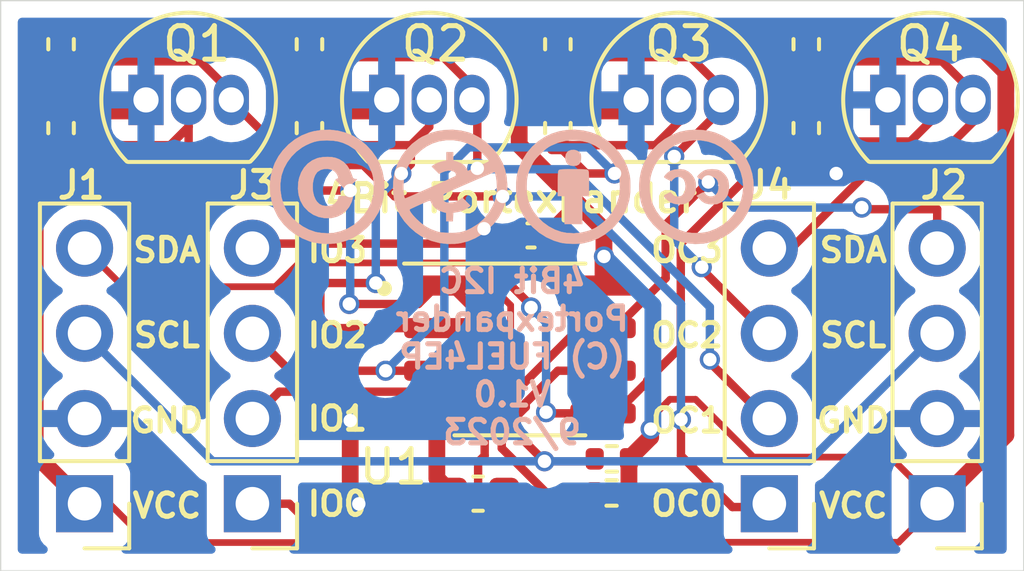
<source format=kicad_pcb>
(kicad_pcb (version 20211014) (generator pcbnew)
  (title_block (title "4Bit_I2C_Port_Expander_Module_FUEL4EP") (date "2023-09-02") (rev "V1.0") (company "(c) FUEL4EP"))
  (layers (0 "F.Cu" signal) (31 "B.Cu" signal) (34 "B.Paste" user) (35 "F.Paste" user) (36 "B.SilkS" user "B.Silkscreen") (37 "F.SilkS" user "F.Silkscreen") (38 "B.Mask" user) (39 "F.Mask" user) (44 "Edge.Cuts" user))
  (net 0 "")
  (net 1 "VCC")
  (net 2 "GND")
  (net 3 "/SCL")
  (net 4 "/SDA")
  (net 5 "/IO0")
  (net 6 "/IO1")
  (net 7 "/IO2")
  (net 8 "/IO3")
  (net 9 "/OC0")
  (net 10 "/OC1")
  (net 11 "/OC2")
  (net 12 "/OC3")
  (footprint "Package_TO_SOT_THT:TO-92_Inline" (layer "F.Cu") (at 4.33 -14.04)
    (fp_text reference "Q1" (at 1.512 -1.67) (layer "F.SilkS"))
    (fp_text value "2N7000")
    (pad "1" thru_hole rect (at 0 0) (size 1.05 1.5) (drill 0.75) (layers *.Cu *.Mask) (net 2 "GND"))
    (pad "2" thru_hole oval (at 1.27 0) (size 1.05 1.5) (drill 0.75) (layers *.Cu *.Mask) (net 5 "/IO0"))
    (pad "3" thru_hole oval (at 2.54 0) (size 1.05 1.5) (drill 0.75) (layers *.Cu *.Mask) (net 9 "/OC0"))
  )
  (footprint "Package_TO_SOT_THT:TO-92_Inline" (layer "F.Cu") (at 18.93 -14.04)
    (fp_text reference "Q3" (at 1.27 -1.67) (layer "F.SilkS"))
    (fp_text value "2N7000")
    (pad "1" thru_hole rect (at 0 0) (size 1.05 1.5) (drill 0.75) (layers *.Cu *.Mask) (net 2 "GND"))
    (pad "2" thru_hole oval (at 1.27 0) (size 1.05 1.5) (drill 0.75) (layers *.Cu *.Mask) (net 7 "/IO2"))
    (pad "3" thru_hole oval (at 2.54 0) (size 1.05 1.5) (drill 0.75) (layers *.Cu *.Mask) (net 11 "/OC2"))
  )
  (footprint "Resistor_SMD:R_0402_1005Metric" (layer "F.Cu") (at 24 -15.7 90)
    (fp_text reference "R10" hide)
    (fp_text value "10k")
    (pad "1" smd roundrect (at -0.51 0 90) (size 0.54 0.64) (layers "F.Cu" "F.Paste" "F.Mask") (net 12 "/OC3"))
    (pad "2" smd roundrect (at 0.51 0 90) (size 0.54 0.64) (layers "F.Cu" "F.Paste" "F.Mask") (net 1 "VCC"))
  )
  (footprint "Capacitor_SMD:C_0402_1005Metric" (layer "F.Cu") (at 15.8 -10 180)
    (fp_text reference "C2" hide)
    (fp_text value "100n")
    (pad "1" smd roundrect (at -0.48 0 180) (size 0.56 0.62) (layers "F.Cu" "F.Paste" "F.Mask") (net 1 "VCC"))
    (pad "2" smd roundrect (at 0.48 0 180) (size 0.56 0.62) (layers "F.Cu" "F.Paste" "F.Mask") (net 2 "GND"))
  )
  (footprint "Connector_PinHeader_2.54mm:PinHeader_1x04_P2.54mm_Vertical" (layer "F.Cu") (at 2.5 -2 180)
    (fp_text reference "J1" (at 0.1 9.5) (layer "F.SilkS") (effects (font (size 0.8 0.8))))
    (fp_text value "Conn_01x04")
    (pad "1" thru_hole rect (at 0 0 180) (size 1.7 1.7) (drill 1) (layers *.Cu *.Mask) (net 1 "VCC"))
    (pad "2" thru_hole oval (at 0 2.54 180) (size 1.7 1.7) (drill 1) (layers *.Cu *.Mask) (net 2 "GND"))
    (pad "3" thru_hole oval (at 0 5.08 180) (size 1.7 1.7) (drill 1) (layers *.Cu *.Mask) (net 3 "/SCL"))
    (pad "4" thru_hole oval (at 0 7.62 180) (size 1.7 1.7) (drill 1) (layers *.Cu *.Mask) (net 4 "/SDA"))
  )
  (footprint "Package_SO:SOIC-8_3.9x4.9mm_P1.27mm" (layer "F.Cu") (at 15.47 -6.6)
    (fp_text reference "U1" (at -3.77 3.5) (layer "F.SilkS"))
    (fp_text value "PCA9536D")
    (pad "1" smd roundrect (at -2.475 -1.905) (size 1.95 0.6) (layers "F.Cu" "F.Paste" "F.Mask") (net 5 "/IO0"))
    (pad "2" smd roundrect (at -2.475 -0.635) (size 1.95 0.6) (layers "F.Cu" "F.Paste" "F.Mask") (net 6 "/IO1"))
    (pad "3" smd roundrect (at -2.475 0.635) (size 1.95 0.6) (layers "F.Cu" "F.Paste" "F.Mask") (net 7 "/IO2"))
    (pad "4" smd roundrect (at -2.475 1.905) (size 1.95 0.6) (layers "F.Cu" "F.Paste" "F.Mask") (net 2 "GND"))
    (pad "5" smd roundrect (at 2.475 1.905) (size 1.95 0.6) (layers "F.Cu" "F.Paste" "F.Mask") (net 8 "/IO3"))
    (pad "6" smd roundrect (at 2.475 0.635) (size 1.95 0.6) (layers "F.Cu" "F.Paste" "F.Mask") (net 3 "/SCL"))
    (pad "7" smd roundrect (at 2.475 -0.635) (size 1.95 0.6) (layers "F.Cu" "F.Paste" "F.Mask") (net 4 "/SDA"))
    (pad "8" smd roundrect (at 2.475 -1.905) (size 1.95 0.6) (layers "F.Cu" "F.Paste" "F.Mask") (net 1 "VCC"))
  )
  (footprint "Capacitor_SMD:C_0603_1608Metric" (layer "F.Cu") (at 14.224 -2.3 180)
    (fp_text reference "C1" hide)
    (fp_text value "1uF")
    (pad "1" smd roundrect (at -0.775 0 180) (size 0.9 0.95) (layers "F.Cu" "F.Paste" "F.Mask") (net 1 "VCC"))
    (pad "2" smd roundrect (at 0.775 0 180) (size 0.9 0.95) (layers "F.Cu" "F.Paste" "F.Mask") (net 2 "GND"))
  )
  (footprint "Connector_PinHeader_2.54mm:PinHeader_1x04_P2.54mm_Vertical" (layer "F.Cu") (at 27.9 -2 180)
    (fp_text reference "J2" (at -0.2 9.5) (layer "F.SilkS") (effects (font (size 0.8 0.8))))
    (fp_text value "Conn_01x04")
    (pad "1" thru_hole rect (at 0 0 180) (size 1.7 1.7) (drill 1) (layers *.Cu *.Mask) (net 1 "VCC"))
    (pad "2" thru_hole oval (at 0 2.54 180) (size 1.7 1.7) (drill 1) (layers *.Cu *.Mask) (net 2 "GND"))
    (pad "3" thru_hole oval (at 0 5.08 180) (size 1.7 1.7) (drill 1) (layers *.Cu *.Mask) (net 3 "/SCL"))
    (pad "4" thru_hole oval (at 0 7.62 180) (size 1.7 1.7) (drill 1) (layers *.Cu *.Mask) (net 4 "/SDA"))
  )
  (footprint "Resistor_SMD:R_0402_1005Metric" (layer "F.Cu") (at 18.207269 -3.337)
    (fp_text reference "R1" hide)
    (fp_text value "10K")
    (pad "1" smd roundrect (at -0.51 0) (size 0.54 0.64) (layers "F.Cu" "F.Paste" "F.Mask") (net 3 "/SCL"))
    (pad "2" smd roundrect (at 0.51 0) (size 0.54 0.64) (layers "F.Cu" "F.Paste" "F.Mask") (net 1 "VCC"))
  )
  (footprint "Resistor_SMD:R_0402_1005Metric" (layer "F.Cu") (at 18.2 -2.321 180)
    (fp_text reference "R2" hide)
    (fp_text value "10K")
    (pad "1" smd roundrect (at -0.51 0 180) (size 0.54 0.64) (layers "F.Cu" "F.Paste" "F.Mask") (net 1 "VCC"))
    (pad "2" smd roundrect (at 0.51 0 180) (size 0.54 0.64) (layers "F.Cu" "F.Paste" "F.Mask") (net 4 "/SDA"))
  )
  (footprint "Resistor_SMD:R_0402_1005Metric" (layer "F.Cu") (at 16.6 -15.7 90)
    (fp_text reference "R8" hide)
    (fp_text value "10k")
    (pad "1" smd roundrect (at -0.51 0 90) (size 0.54 0.64) (layers "F.Cu" "F.Paste" "F.Mask") (net 11 "/OC2"))
    (pad "2" smd roundrect (at 0.51 0 90) (size 0.54 0.64) (layers "F.Cu" "F.Paste" "F.Mask") (net 1 "VCC"))
  )
  (footprint "Resistor_SMD:R_0402_1005Metric" (layer "F.Cu") (at 9.2 -15.7 90)
    (fp_text reference "R6" hide)
    (fp_text value "10k")
    (pad "1" smd roundrect (at -0.51 0 90) (size 0.54 0.64) (layers "F.Cu" "F.Paste" "F.Mask") (net 10 "/OC1"))
    (pad "2" smd roundrect (at 0.51 0 90) (size 0.54 0.64) (layers "F.Cu" "F.Paste" "F.Mask") (net 1 "VCC"))
  )
  (footprint "Resistor_SMD:R_0402_1005Metric" (layer "F.Cu") (at 1.8 -13.2 90)
    (fp_text reference "R3" hide)
    (fp_text value "100k")
    (pad "1" smd roundrect (at -0.51 0 90) (size 0.54 0.64) (layers "F.Cu" "F.Paste" "F.Mask") (net 5 "/IO0"))
    (pad "2" smd roundrect (at 0.51 0 90) (size 0.54 0.64) (layers "F.Cu" "F.Paste" "F.Mask") (net 2 "GND"))
  )
  (footprint "Package_TO_SOT_THT:TO-92_Inline" (layer "F.Cu") (at 11.5 -14.04)
    (fp_text reference "Q2" (at 1.454 -1.67) (layer "F.SilkS"))
    (fp_text value "2N7000")
    (pad "1" thru_hole rect (at 0 0) (size 1.05 1.5) (drill 0.75) (layers *.Cu *.Mask) (net 2 "GND"))
    (pad "2" thru_hole oval (at 1.27 0) (size 1.05 1.5) (drill 0.75) (layers *.Cu *.Mask) (net 6 "/IO1"))
    (pad "3" thru_hole oval (at 2.54 0) (size 1.05 1.5) (drill 0.75) (layers *.Cu *.Mask) (net 10 "/OC1"))
  )
  (footprint "Resistor_SMD:R_0402_1005Metric" (layer "F.Cu") (at 9.2 -13.2 90)
    (fp_text reference "R5" hide)
    (fp_text value "100k")
    (pad "1" smd roundrect (at -0.51 0 90) (size 0.54 0.64) (layers "F.Cu" "F.Paste" "F.Mask") (net 6 "/IO1"))
    (pad "2" smd roundrect (at 0.51 0 90) (size 0.54 0.64) (layers "F.Cu" "F.Paste" "F.Mask") (net 2 "GND"))
  )
  (footprint "Connector_PinHeader_2.54mm:PinHeader_1x04_P2.54mm_Vertical" (layer "F.Cu") (at 7.5 -2 180)
    (fp_text reference "J3" (at 0 9.5) (layer "F.SilkS") (effects (font (size 0.8 0.8))))
    (fp_text value "Conn_01x04")
    (pad "1" thru_hole rect (at 0 0 180) (size 1.7 1.7) (drill 1) (layers *.Cu *.Mask) (net 5 "/IO0"))
    (pad "2" thru_hole oval (at 0 2.54 180) (size 1.7 1.7) (drill 1) (layers *.Cu *.Mask) (net 6 "/IO1"))
    (pad "3" thru_hole oval (at 0 5.08 180) (size 1.7 1.7) (drill 1) (layers *.Cu *.Mask) (net 7 "/IO2"))
    (pad "4" thru_hole oval (at 0 7.62 180) (size 1.7 1.7) (drill 1) (layers *.Cu *.Mask) (net 8 "/IO3"))
  )
  (footprint "Connector_PinHeader_2.54mm:PinHeader_1x04_P2.54mm_Vertical" (layer "F.Cu") (at 22.9 -2 180)
    (fp_text reference "J4" (at 0 9.5) (layer "F.SilkS") (effects (font (size 0.8 0.8))))
    (fp_text value "Conn_01x04")
    (pad "1" thru_hole rect (at 0 0 180) (size 1.7 1.7) (drill 1) (layers *.Cu *.Mask) (net 9 "/OC0"))
    (pad "2" thru_hole oval (at 0 2.54 180) (size 1.7 1.7) (drill 1) (layers *.Cu *.Mask) (net 10 "/OC1"))
    (pad "3" thru_hole oval (at 0 5.08 180) (size 1.7 1.7) (drill 1) (layers *.Cu *.Mask) (net 11 "/OC2"))
    (pad "4" thru_hole oval (at 0 7.62 180) (size 1.7 1.7) (drill 1) (layers *.Cu *.Mask) (net 12 "/OC3"))
  )
  (footprint "Resistor_SMD:R_0402_1005Metric" (layer "F.Cu") (at 24 -13.2 90)
    (fp_text reference "R9" hide)
    (fp_text value "100k")
    (pad "1" smd roundrect (at -0.51 0 90) (size 0.54 0.64) (layers "F.Cu" "F.Paste" "F.Mask") (net 8 "/IO3"))
    (pad "2" smd roundrect (at 0.51 0 90) (size 0.54 0.64) (layers "F.Cu" "F.Paste" "F.Mask") (net 2 "GND"))
  )
  (footprint "Resistor_SMD:R_0402_1005Metric" (layer "F.Cu") (at 1.8 -15.7 90)
    (fp_text reference "R4" hide)
    (fp_text value "10k")
    (pad "1" smd roundrect (at -0.51 0 90) (size 0.54 0.64) (layers "F.Cu" "F.Paste" "F.Mask") (net 9 "/OC0"))
    (pad "2" smd roundrect (at 0.51 0 90) (size 0.54 0.64) (layers "F.Cu" "F.Paste" "F.Mask") (net 1 "VCC"))
  )
  (footprint "Package_TO_SOT_THT:TO-92_Inline" (layer "F.Cu") (at 26.43 -14.04)
    (fp_text reference "Q4" (at 1.27 -1.67) (layer "F.SilkS"))
    (fp_text value "2N7000")
    (pad "1" thru_hole rect (at 0 0) (size 1.05 1.5) (drill 0.75) (layers *.Cu *.Mask) (net 2 "GND"))
    (pad "2" thru_hole oval (at 1.27 0) (size 1.05 1.5) (drill 0.75) (layers *.Cu *.Mask) (net 8 "/IO3"))
    (pad "3" thru_hole oval (at 2.54 0) (size 1.05 1.5) (drill 0.75) (layers *.Cu *.Mask) (net 12 "/OC3"))
  )
  (footprint "Resistor_SMD:R_0402_1005Metric" (layer "F.Cu") (at 16.6 -13.2 90)
    (fp_text reference "R7" hide)
    (fp_text value "100k")
    (pad "1" smd roundrect (at -0.51 0 90) (size 0.54 0.64) (layers "F.Cu" "F.Paste" "F.Mask") (net 7 "/IO2"))
    (pad "2" smd roundrect (at 0.51 0 90) (size 0.54 0.64) (layers "F.Cu" "F.Paste" "F.Mask") (net 2 "GND"))
  )
  (footprint "FUEL4EP:CC-BY-ND-SA" (layer "B.Cu") (at 15.24 -11.465 180)
    (fp_text reference "LOGO1" hide)
    (fp_text value "Logo_Open_Hardware_Small" hide)
  )
  (gr_circle (center 11.43 -8.417) (end 11.58 -8.417) (layer "F.SilkS") (width 0.1524) (fill solid))
  (gr_line (start 30.48 0) (end 0 0) (layer "Edge.Cuts") (width 0.0381))
  (gr_line (start 0 -17) (end 0 0) (layer "Edge.Cuts") (width 0.0381))
  (gr_line (start 0 -17) (end 30.48 -17) (layer "Edge.Cuts") (width 0.0381))
  (gr_line (start 30.48 -17) (end 30.48 0) (layer "Edge.Cuts") (width 0.0381))
  (gr_text "4Bit I2C\nPortexpander\n(C) FUEL4EP\nV1.0\n9/2023" (at 15.24 -6.385) (layer "B.SilkS") (effects (font (size 0.7 0.7) (thickness 0.1524)) (justify mirror)))
  (gr_text "SCL\n" (at 4.953 -7.02) (layer "F.SilkS") (effects (font (size 0.7 0.7))))
  (gr_text "SDA" (at 25.4 -9.56) (layer "F.SilkS") (effects (font (size 0.7 0.7))))
  (gr_text "IO0\n\n" (at 10.033 -1.432) (layer "F.SilkS") (effects (font (size 0.7 0.7))))
  (gr_text "IO2\n" (at 10.033 -7.02) (layer "F.SilkS") (effects (font (size 0.7 0.7))))
  (gr_text "GND\n" (at 25.4 -4.48) (layer "F.SilkS") (effects (font (size 0.7 0.7))))
  (gr_text "GND\n" (at 4.953 -4.48) (layer "F.SilkS") (effects (font (size 0.7 0.7))))
  (gr_text "SCL\n" (at 25.4 -7.02) (layer "F.SilkS") (effects (font (size 0.7 0.7))))
  (gr_text "4Bit Portexpander" (at 15.2 -11.1) (layer "F.SilkS") (effects (font (size 0.8128 0.8128) (thickness 0.1524))))
  (gr_text "VCC\n" (at 4.953 -1.94) (layer "F.SilkS") (effects (font (size 0.7 0.7))))
  (gr_text "OC3\n" (at 20.447 -9.56) (layer "F.SilkS") (effects (font (size 0.7 0.7))))
  (gr_text "IO3\n" (at 10.033 -9.56) (layer "F.SilkS") (effects (font (size 0.7 0.7))))
  (gr_text "OC2\n" (at 20.447 -7.02) (layer "F.SilkS") (effects (font (size 0.7 0.7))))
  (gr_text "SDA" (at 4.953 -9.56) (layer "F.SilkS") (effects (font (size 0.7 0.7))))
  (gr_text "OC0\n\n" (at 20.447 -1.432) (layer "F.SilkS") (effects (font (size 0.7 0.7))))
  (gr_text "VCC\n" (at 25.4 -1.94) (layer "F.SilkS") (effects (font (size 0.7 0.7))))
  (gr_text "IO1\n\n" (at 10.033 -3.972) (layer "F.SilkS") (effects (font (size 0.7 0.7))))
  (gr_text "OC1\n" (at 20.447 -4.48) (layer "F.SilkS") (effects (font (size 0.7 0.7))))
  (segment (start 15.448 -16.21) (end 15.448 -12.694685) (width 0.5) (layer "F.Cu") (net 1))
  (segment (start 9.2 -16.21) (end 15.448 -16.21) (width 0.5) (layer "F.Cu") (net 1))
  (segment (start 19.936654 -5.112654) (end 19.364732 -4.540732) (width 0.2) (layer "F.Cu") (net 1))
  (segment (start 1.672685 -16.21) (end 1.8 -16.21) (width 0.5) (layer "F.Cu") (net 1))
  (segment (start 17.221343 -10.921343) (end 17.973066 -10.169619) (width 0.5) (layer "F.Cu") (net 1))
  (segment (start 19.364732 -4.540732) (end 19.364732 -4.226) (width 0.2) (layer "F.Cu") (net 1))
  (segment (start 29.945 -4.045) (end 29.945 -14.868858) (width 0.5) (layer "F.Cu") (net 1))
  (segment (start 18.067315 -1.551) (end 18.71 -2.193685) (width 0.5) (layer "F.Cu") (net 1))
  (segment (start 1.8 -16.21) (end 9.2 -16.21) (width 0.5) (layer "F.Cu") (net 1))
  (segment (start 27.9 -2) (end 26.51 -3.39) (width 0.2) (layer "F.Cu") (net 1))
  (segment (start 17.973066 -10.169619) (end 17.973066 -9.372066) (width 0.5) (layer "F.Cu") (net 1))
  (segment (start 3.242 -2) (end 4.399501 -0.842499) (width 0.2) (layer "F.Cu") (net 1))
  (segment (start 14.999 -2.3) (end 15.748 -1.551) (width 0.5) (layer "F.Cu") (net 1))
  (segment (start 20.181 -0.85) (end 18.71 -2.321) (width 0.2) (layer "F.Cu") (net 1))
  (segment (start 20.701 -5.112654) (end 19.936654 -5.112654) (width 0.2) (layer "F.Cu") (net 1))
  (segment (start 14.077652 -0.842499) (end 14.999 -1.763847) (width 0.2) (layer "F.Cu") (net 1))
  (segment (start 16.6 -16.21) (end 24 -16.21) (width 0.5) (layer "F.Cu") (net 1))
  (segment (start 29.945 -14.868858) (end 28.603858 -16.21) (width 0.5) (layer "F.Cu") (net 1))
  (segment (start 18.71 -2.193685) (end 18.71 -2.321) (width 0.5) (layer "F.Cu") (net 1))
  (segment (start 18.717269 -3.337) (end 18.717269 -2.328269) (width 0.5) (layer "F.Cu") (net 1))
  (segment (start 18.717269 -3.337) (end 19.364732 -3.984463) (width 0.5) (layer "F.Cu") (net 1))
  (segment (start 28.603858 -16.21) (end 24 -16.21) (width 0.5) (layer "F.Cu") (net 1))
  (segment (start 16.3 -10) (end 17.221343 -10.921343) (width 0.5) (layer "F.Cu") (net 1))
  (segment (start 27.9 -2) (end 26.75 -0.85) (width 0.2) (layer "F.Cu") (net 1))
  (segment (start 19.364732 -3.984463) (end 19.364732 -4.226) (width 0.5) (layer "F.Cu") (net 1))
  (segment (start 22.423654 -3.39) (end 20.701 -5.112654) (width 0.2) (layer "F.Cu") (net 1))
  (segment (start 27.9 -2) (end 29.945 -4.045) (width 0.5) (layer "F.Cu") (net 1))
  (segment (start 26.75 -0.85) (end 20.181 -0.85) (width 0.2) (layer "F.Cu") (net 1))
  (segment (start 17.945 -8.505) (end 17.945 -9.344) (width 0.5) (layer "F.Cu") (net 1))
  (segment (start 1.03 -15.567315) (end 1.672685 -16.21) (width 0.5) (layer "F.Cu") (net 1))
  (segment (start 15.448 -12.694685) (end 17.221343 -10.921343) (width 0.5) (layer "F.Cu") (net 1))
  (segment (start 4.399501 -0.842499) (end 14.077652 -0.842499) (width 0.2) (layer "F.Cu") (net 1))
  (segment (start 17.945 -9.344) (end 17.973066 -9.372066) (width 0.5) (layer "F.Cu") (net 1))
  (segment (start 15.748 -1.551) (end 18.067315 -1.551) (width 0.5) (layer "F.Cu") (net 1))
  (segment (start 2.5 -2) (end 1.03 -3.47) (width 0.5) (layer "F.Cu") (net 1))
  (segment (start 15.448 -16.21) (end 16.6 -16.21) (width 0.5) (layer "F.Cu") (net 1))
  (segment (start 1.03 -3.47) (end 1.03 -15.567315) (width 0.5) (layer "F.Cu") (net 1))
  (segment (start 26.51 -3.39) (end 22.423654 -3.39) (width 0.2) (layer "F.Cu") (net 1))
  (via (at 17.973066 -9.372066) (size 0.6) (drill 0.4) (layers "F.Cu" "B.Cu") (net 1))
  (via (at 19.364732 -4.226) (size 0.6) (drill 0.4) (layers "F.Cu" "B.Cu") (net 1))
  (segment (start 19.431 -4.292268) (end 19.364732 -4.226) (width 0.5) (layer "B.Cu") (net 1))
  (segment (start 17.973066 -9.372066) (end 19.431 -7.914132) (width 0.5) (layer "B.Cu") (net 1))
  (segment (start 19.431 -7.914132) (end 19.431 -4.292268) (width 0.5) (layer "B.Cu") (net 1))
  (segment (start 10.414 -2.251573) (end 10.669572 -1.996001) (width 0.5) (layer "F.Cu") (net 2))
  (segment (start 16.6 -13.71) (end 18.6 -13.71) (width 0.5) (layer "F.Cu") (net 2))
  (segment (start 14.6 -10) (end 14.4 -10.2) (width 0.5) (layer "F.Cu") (net 2))
  (segment (start 13.442998 -2.073002) (end 10.746573 -2.073002) (width 0.5) (layer "F.Cu") (net 2))
  (segment (start 12.995 -2.754) (end 13.449 -2.3) (width 0.5) (layer "F.Cu") (net 2))
  (segment (start 10.414 -4.48) (end 10.414 -2.251573) (width 0.5) (layer "F.Cu") (net 2))
  (segment (start 9.2 -13.71) (end 11.17 -13.71) (width 0.5) (layer "F.Cu") (net 2))
  (segment (start 11.17 -13.71) (end 11.5 -14.04) (width 0.5) (layer "F.Cu") (net 2))
  (segment (start 12.995 -4.695) (end 10.629 -4.695) (width 0.5) (layer "F.Cu") (net 2))
  (segment (start 15.32 -10) (end 14.6 -10) (width 0.5) (layer "F.Cu") (net 2))
  (segment (start 4 -13.71) (end 4.33 -14.04) (width 0.5) (layer "F.Cu") (net 2))
  (segment (start 24 -13.660538) (end 24.892 -12.768538) (width 0.25) (layer "F.Cu") (net 2))
  (segment (start 12.995 -4.695) (end 12.995 -2.754) (width 0.5) (layer "F.Cu") (net 2))
  (segment (start 10.629 -4.695) (end 10.414 -4.48) (width 0.5) (layer "F.Cu") (net 2))
  (segment (start 1.8 -13.71) (end 4 -13.71) (width 0.5) (layer "F.Cu") (net 2))
  (segment (start 10.746573 -2.073002) (end 10.669572 -1.996001) (width 0.5) (layer "F.Cu") (net 2))
  (segment (start 24.892 -12.768538) (end 24.892 -11.846) (width 0.25) (layer "F.Cu") (net 2))
  (segment (start 18.6 -13.71) (end 18.93 -14.04) (width 0.5) (layer "F.Cu") (net 2))
  (via (at 10.414 -4.48) (size 0.6) (drill 0.4) (layers "F.Cu" "B.Cu") (net 2))
  (via (at 14.4 -10.2) (size 0.6) (drill 0.4) (layers "F.Cu" "B.Cu") (net 2))
  (via (at 24.892 -11.846) (size 0.6) (drill 0.4) (layers "F.Cu" "B.Cu") (net 2))
  (via (at 10.669572 -1.996001) (size 0.6) (drill 0.4) (layers "F.Cu" "B.Cu") (net 2))
  (segment (start 17.945 -5.965) (end 16.60007 -5.965) (width 0.25) (layer "F.Cu") (net 3))
  (segment (start 15.643503 -4.881433) (end 15.3775 -4.61543) (width 0.25) (layer "F.Cu") (net 3))
  (segment (start 16.60007 -5.965) (end 15.643503 -5.008433) (width 0.25) (layer "F.Cu") (net 3))
  (segment (start 15.3775 -4.61543) (end 15.3775 -4.0885) (width 0.25) (layer "F.Cu") (net 3))
  (segment (start 15.3775 -4.0885) (end 16.201 -3.265) (width 0.25) (layer "F.Cu") (net 3))
  (segment (start 15.643503 -5.008433) (end 15.643503 -4.881433) (width 0.25) (layer "F.Cu") (net 3))
  (segment (start 17.625269 -3.265) (end 16.201 -3.265) (width 0.25) (layer "F.Cu") (net 3))
  (via (at 16.201 -3.265) (size 0.6) (drill 0.4) (layers "F.Cu" "B.Cu") (net 3))
  (segment (start 24.085 -3.265) (end 27.9 -7.08) (width 0.25) (layer "B.Cu") (net 3))
  (segment (start 2.5 -7.08) (end 6.315 -3.265) (width 0.25) (layer "B.Cu") (net 3))
  (segment (start 16.201 -3.265) (end 24.085 -3.265) (width 0.25) (layer "B.Cu") (net 3))
  (segment (start 6.315 -3.265) (end 16.201 -3.265) (width 0.25) (layer "B.Cu") (net 3))
  (segment (start 16.261823 -2.321) (end 17.69 -2.321) (width 0.25) (layer "F.Cu") (net 4))
  (segment (start 13.932396 -9.179) (end 15.194002 -7.917394) (width 0.2) (layer "F.Cu") (net 4))
  (segment (start 27.9 -10.780538) (end 25.703462 -10.780538) (width 0.25) (layer "F.Cu") (net 4))
  (segment (start 3.65 -8.47) (end 8.181 -8.47) (width 0.2) (layer "F.Cu") (net 4))
  (segment (start 19.812 -10.322) (end 19.812 -8.725249) (width 0.25) (layer "F.Cu") (net 4))
  (segment (start 14.927999 -3.654824) (end 16.261823 -2.321) (width 0.25) (layer "F.Cu") (net 4))
  (segment (start 19.812 -8.725249) (end 18.321751 -7.235) (width 0.25) (layer "F.Cu") (net 4))
  (segment (start 15.194002 -5.067622) (end 14.927999 -4.801619) (width 0.25) (layer "F.Cu") (net 4))
  (segment (start 21.082 -11.592) (end 19.812 -10.322) (width 0.25) (layer "F.Cu") (net 4))
  (segment (start 2.5 -9.62) (end 3.65 -8.47) (width 0.2) (layer "F.Cu") (net 4))
  (segment (start 14.927999 -4.801619) (end 14.927999 -3.654824) (width 0.25) (layer "F.Cu") (net 4))
  (segment (start 8.181 -8.47) (end 8.89 -9.179) (width 0.2) (layer "F.Cu") (net 4))
  (segment (start 17.23438 -7.235) (end 15.194002 -5.194622) (width 0.25) (layer "F.Cu") (net 4))
  (segment (start 27.9 -10.780538) (end 27.9 -9.62) (width 0.25) (layer "F.Cu") (net 4))
  (segment (start 15.194002 -7.917394) (end 15.194002 -5.194622) (width 0.2) (layer "F.Cu") (net 4))
  (segment (start 8.89 -9.179) (end 13.932396 -9.179) (width 0.2) (layer "F.Cu") (net 4))
  (segment (start 15.194002 -5.194622) (end 15.194002 -5.067622) (width 0.25) (layer "F.Cu") (net 4))
  (segment (start 25.703462 -10.780538) (end 25.654 -10.83) (width 0.25) (layer "F.Cu") (net 4))
  (via (at 25.654 -10.83) (size 0.6) (drill 0.4) (layers "F.Cu" "B.Cu") (net 4))
  (via (at 21.082 -11.592) (size 0.6) (drill 0.4) (layers "F.Cu" "B.Cu") (net 4))
  (segment (start 21.844 -10.83) (end 21.082 -11.592) (width 0.25) (layer "B.Cu") (net 4))
  (segment (start 25.654 -10.83) (end 21.844 -10.83) (width 0.25) (layer "B.Cu") (net 4))
  (segment (start 14.419501 -4.928811) (end 14.419501 -3.435684) (width 0.25) (layer "F.Cu") (net 5))
  (segment (start 8.077 -11.338) (end 8.015 -11.4) (width 0.25) (layer "F.Cu") (net 5))
  (segment (start 14.744501 -5.253811) (end 14.419501 -4.928811) (width 0.25) (layer "F.Cu") (net 5))
  (segment (start 13.371751 -8.505) (end 14.744501 -7.13225) (width 0.25) (layer "F.Cu") (net 5))
  (segment (start 8.015 -11.4) (end 6.5 -11.4) (width 0.25) (layer "F.Cu") (net 5))
  (segment (start 14.744501 -7.13225) (end 14.744501 -5.253811) (width 0.25) (layer "F.Cu") (net 5))
  (segment (start 14.224 -1.589183) (end 13.901817 -1.267) (width 0.25) (layer "F.Cu") (net 5))
  (segment (start 14.419501 -3.435684) (end 14.224 -3.240183) (width 0.25) (layer "F.Cu") (net 5))
  (segment (start 12.9175 -8.4275) (end 12.445 -7.955) (width 0.25) (layer "F.Cu") (net 5))
  (segment (start 13.901817 -1.267) (end 9.333 -1.267) (width 0.25) (layer "F.Cu") (net 5))
  (segment (start 1.8 -12.69) (end 5.05 -12.69) (width 0.25) (layer "F.Cu") (net 5))
  (segment (start 10.414 -11.338) (end 8.077 -11.338) (width 0.25) (layer "F.Cu") (net 5))
  (segment (start 8.6 -2) (end 7.5 -2) (width 0.25) (layer "F.Cu") (net 5))
  (segment (start 6.5 -11.4) (end 5.6 -12.3) (width 0.25) (layer "F.Cu") (net 5))
  (segment (start 5.6 -12.3) (end 5.6 -13.24) (width 0.25) (layer "F.Cu") (net 5))
  (segment (start 9.333 -1.267) (end 8.6 -2) (width 0.25) (layer "F.Cu") (net 5))
  (segment (start 14.224 -3.240183) (end 14.224 -1.589183) (width 0.25) (layer "F.Cu") (net 5))
  (segment (start 5.05 -12.69) (end 5.6 -13.24) (width 0.25) (layer "F.Cu") (net 5))
  (segment (start 5.6 -13.24) (end 5.6 -14.04) (width 0.25) (layer "F.Cu") (net 5))
  (segment (start 12.445 -7.955) (end 10.385759 -7.955) (width 0.25) (layer "F.Cu") (net 5))
  (via (at 10.385759 -7.955) (size 0.6) (drill 0.4) (layers "F.Cu" "B.Cu") (net 5))
  (via (at 10.414 -11.338) (size 0.6) (drill 0.4) (layers "F.Cu" "B.Cu") (net 5))
  (segment (start 10.414 -7.983241) (end 10.385759 -7.955) (width 0.25) (layer "B.Cu") (net 5))
  (segment (start 10.414 -11.338) (end 10.414 -7.983241) (width 0.25) (layer "B.Cu") (net 5))
  (segment (start 14.295 -5.44) (end 14.195 -5.34) (width 0.25) (layer "F.Cu") (net 6))
  (segment (start 12.22 -12.69) (end 12.22 -12.128) (width 0.25) (layer "F.Cu") (net 6))
  (segment (start 13.371751 -7.235) (end 14.295 -6.311751) (width 0.25) (layer "F.Cu") (net 6))
  (segment (start 12.22 -12.69) (end 9.2 -12.69) (width 0.25) (layer "F.Cu") (net 6))
  (segment (start 8.3 -5.34) (end 7.5 -4.54) (width 0.25) (layer "F.Cu") (net 6))
  (segment (start 12.995 -7.235) (end 9.818 -7.235) (width 0.25) (layer "F.Cu") (net 6))
  (segment (start 9.652838 -8.5795) (end 11.176 -8.5795) (width 0.25) (layer "F.Cu") (net 6))
  (segment (start 14.295 -6.311751) (end 14.295 -5.44) (width 0.25) (layer "F.Cu") (net 6))
  (segment (start 12.22 -12.128) (end 11.938 -11.846) (width 0.25) (layer "F.Cu") (net 6))
  (segment (start 12.22 -12.69) (end 12.77 -13.24) (width 0.25) (layer "F.Cu") (net 6))
  (segment (start 14.195 -5.34) (end 8.3 -5.34) (width 0.25) (layer "F.Cu") (net 6))
  (segment (start 9.525 -7.528) (end 9.525 -8.451662) (width 0.25) (layer "F.Cu") (net 6))
  (segment (start 9.818 -7.235) (end 9.525 -7.528) (width 0.25) (layer "F.Cu") (net 6))
  (segment (start 12.77 -13.24) (end 12.77 -14.04) (width 0.25) (layer "F.Cu") (net 6))
  (segment (start 9.525 -8.451662) (end 9.652838 -8.5795) (width 0.25) (layer "F.Cu") (net 6))
  (via (at 11.176 -8.5795) (size 0.6) (drill 0.4) (layers "F.Cu" "B.Cu") (net 6))
  (via (at 11.938 -11.846) (size 0.6) (drill 0.4) (layers "F.Cu" "B.Cu") (net 6))
  (segment (start 11.938 -11.846) (end 11.176 -11.084) (width 0.25) (layer "B.Cu") (net 6))
  (segment (start 11.176 -11.084) (end 11.176 -8.5795) (width 0.25) (layer "B.Cu") (net 6))
  (segment (start 18.288 -11.846) (end 17.444 -11.846) (width 0.25) (layer "F.Cu") (net 7))
  (segment (start 20.2 -13.385) (end 19.505 -12.69) (width 0.25) (layer "F.Cu") (net 7))
  (segment (start 12.995 -5.965) (end 11.469 -5.965) (width 0.25) (layer "F.Cu") (net 7))
  (segment (start 19.505 -12.69) (end 16.6 -12.69) (width 0.25) (layer "F.Cu") (net 7))
  (segment (start 20.2 -14.04) (end 20.2 -13.385) (width 0.25) (layer "F.Cu") (net 7))
  (segment (start 8.615 -5.965) (end 7.5 -7.08) (width 0.25) (layer "F.Cu") (net 7))
  (segment (start 17.444 -11.846) (end 16.6 -12.69) (width 0.25) (layer "F.Cu") (net 7))
  (segment (start 11.215 -5.965) (end 8.615 -5.965) (width 0.25) (layer "F.Cu") (net 7))
  (segment (start 11.469 -5.965) (end 11.391 -5.965) (width 0.25) (layer "F.Cu") (net 7))
  (via (at 18.288 -11.846) (size 0.6) (drill 0.4) (layers "F.Cu" "B.Cu") (net 7))
  (via (at 11.469 -5.965) (size 0.6) (drill 0.4) (layers "F.Cu" "B.Cu") (net 7))
  (segment (start 11.469 -5.965) (end 13.2185 -7.7145) (width 0.25) (layer "B.Cu") (net 7))
  (segment (start 13.2185 -11.901677) (end 13.941323 -12.6245) (width 0.25) (layer "B.Cu") (net 7))
  (segment (start 13.2185 -7.7145) (end 13.2185 -11.901677) (width 0.25) (layer "B.Cu") (net 7))
  (segment (start 13.941323 -12.6245) (end 17.5095 -12.6245) (width 0.25) (layer "B.Cu") (net 7))
  (segment (start 17.5095 -12.6245) (end 18.288 -11.846) (width 0.25) (layer "B.Cu") (net 7))
  (segment (start 25.496228 -12.8) (end 27.1 -12.8) (width 0.25) (layer "F.Cu") (net 8))
  (segment (start 27.1 -12.8) (end 27.7 -13.4) (width 0.25) (layer "F.Cu") (net 8))
  (segment (start 15.801386 -7.910345) (end 15.801386 -7.850481) (width 0.25) (layer "F.Cu") (net 8))
  (segment (start 23.196 -13.876538) (end 23.624462 -14.305) (width 0.25) (layer "F.Cu") (net 8))
  (segment (start 23.624462 -14.305) (end 24.719 -14.305) (width 0.25) (layer "F.Cu") (net 8))
  (segment (start 7.635501 -9.755501) (end 13.95623 -9.755501) (width 0.25) (layer "F.Cu") (net 8))
  (segment (start 16.282448 -4.695) (end 16.24898 -4.728468) (width 0.25) (layer "F.Cu") (net 8))
  (segment (start 18.321751 -4.695) (end 19.260499 -5.633748) (width 0.25) (layer "F.Cu") (net 8))
  (segment (start 19.260499 -5.633748) (end 19.260499 -5.671835) (width 0.25) (layer "F.Cu") (net 8))
  (segment (start 24.892 -14.132) (end 24.892 -13.404228) (width 0.25) (layer "F.Cu") (net 8))
  (segment (start 20.261501 -6.672837) (end 20.261501 -9.755501) (width 0.25) (layer "F.Cu") (net 8))
  (segment (start 24.719 -14.305) (end 24.892 -14.132) (width 0.25) (layer "F.Cu") (net 8))
  (segment (start 13.95623 -9.755501) (end 15.801386 -7.910345) (width 0.25) (layer "F.Cu") (net 8))
  (segment (start 17.945 -4.695) (end 16.282448 -4.695) (width 0.25) (layer "F.Cu") (net 8))
  (segment (start 23.196 -12.69) (end 24 -12.69) (width 0.25) (layer "F.Cu") (net 8))
  (segment (start 24.892 -13.404228) (end 25.496228 -12.8) (width 0.25) (layer "F.Cu") (net 8))
  (segment (start 20.261501 -9.755501) (end 23.196 -12.69) (width 0.25) (layer "F.Cu") (net 8))
  (segment (start 19.260499 -5.671835) (end 20.261501 -6.672837) (width 0.25) (layer "F.Cu") (net 8))
  (segment (start 27.7 -13.4) (end 27.7 -14.04) (width 0.25) (layer "F.Cu") (net 8))
  (segment (start 23.196 -12.69) (end 23.196 -13.876538) (width 0.25) (layer "F.Cu") (net 8))
  (via (at 16.24898 -4.728468) (size 0.6) (drill 0.4) (layers "F.Cu" "B.Cu") (net 8))
  (via (at 15.801386 -7.850481) (size 0.6) (drill 0.4) (layers "F.Cu" "B.Cu") (net 8))
  (segment (start 15.801386 -7.850481) (end 16.24898 -7.402887) (width 0.25) (layer "B.Cu") (net 8))
  (segment (start 16.24898 -7.402887) (end 16.24898 -4.728468) (width 0.25) (layer "B.Cu") (net 8))
  (segment (start 8.79 -12.095) (end 10.805823 -12.095) (width 0.25) (layer "F.Cu") (net 9))
  (segment (start 11.738026 -11.162797) (end 14.956029 -11.162797) (width 0.25) (layer "F.Cu") (net 9))
  (segment (start 20.267164 -3.432836) (end 20.267164 -4.513154) (width 0.25) (layer "F.Cu") (net 9))
  (segment (start 6.87 -14.015) (end 8.79 -12.095) (width 0.25) (layer "F.Cu") (net 9))
  (segment (start 10.805823 -12.095) (end 11.738026 -11.162797) (width 0.25) (layer "F.Cu") (net 9))
  (segment (start 1.8 -15.19) (end 5.945 -15.19) (width 0.25) (layer "F.Cu") (net 9))
  (segment (start 21.8 -1.9) (end 20.267164 -3.432836) (width 0.25) (layer "F.Cu") (net 9))
  (segment (start 22.9 -1.9) (end 21.8 -1.9) (width 0.25) (layer "F.Cu") (net 9))
  (segment (start 5.945 -15.19) (end 6.87 -14.265) (width 0.25) (layer "F.Cu") (net 9))
  (via (at 14.956029 -11.162797) (size 0.6) (drill 0.4) (layers "F.Cu" "B.Cu") (net 9))
  (via (at 20.267164 -4.513154) (size 0.6) (drill 0.4) (layers "F.Cu" "B.Cu") (net 9))
  (segment (start 20.267164 -7.961146) (end 20.267164 -4.513154) (width 0.25) (layer "B.Cu") (net 9))
  (segment (start 17.065513 -11.162797) (end 20.267164 -7.961146) (width 0.25) (layer "B.Cu") (net 9))
  (segment (start 14.956029 -11.162797) (end 17.065513 -11.162797) (width 0.25) (layer "B.Cu") (net 9))
  (segment (start 14.2 -12) (end 14.2 -13.88) (width 0.25) (layer "F.Cu") (net 10))
  (segment (start 22.9 -4.44) (end 21.127933 -6.212067) (width 0.25) (layer "F.Cu") (net 10))
  (segment (start 21.127933 -6.212067) (end 21.127933 -6.297868) (width 0.25) (layer "F.Cu") (net 10))
  (segment (start 9.325 -15.315) (end 13.19 -15.315) (width 0.25) (layer "F.Cu") (net 10))
  (segment (start 13.19 -15.315) (end 14.04 -14.465) (width 0.25) (layer "F.Cu") (net 10))
  (via (at 14.2 -12) (size 0.6) (drill 0.4) (layers "F.Cu" "B.Cu") (net 10))
  (via (at 21.127933 -6.297868) (size 0.6) (drill 0.4) (layers "F.Cu" "B.Cu") (net 10))
  (segment (start 14.227 -11.973) (end 14.2 -12) (width 0.25) (layer "B.Cu") (net 10))
  (segment (start 21.127933 -7.863757) (end 21.127933 -6.297868) (width 0.25) (layer "B.Cu") (net 10))
  (segment (start 17.01869 -11.973) (end 21.127933 -7.863757) (width 0.25) (layer "B.Cu") (net 10))
  (segment (start 17.01869 -11.973) (end 14.227 -11.973) (width 0.25) (layer "B.Cu") (net 10))
  (segment (start 20.886001 -8.993999) (end 20.886001 -9.052) (width 0.25) (layer "F.Cu") (net 11))
  (segment (start 22.9 -6.98) (end 20.886001 -8.993999) (width 0.25) (layer "F.Cu") (net 11))
  (segment (start 16.725 -15.315) (end 20.552082 -15.315) (width 0.25) (layer "F.Cu") (net 11))
  (segment (start 21.47 -13.758) (end 20.066 -12.354) (width 0.25) (layer "F.Cu") (net 11))
  (segment (start 20.552082 -15.315) (end 21.47 -14.397082) (width 0.25) (layer "F.Cu") (net 11))
  (via (at 20.886001 -9.052) (size 0.6) (drill 0.4) (layers "F.Cu" "B.Cu") (net 11))
  (via (at 20.066 -12.354) (size 0.6) (drill 0.4) (layers "F.Cu" "B.Cu") (net 11))
  (segment (start 20.066 -9.872001) (end 20.886001 -9.052) (width 0.25) (layer "B.Cu") (net 11))
  (segment (start 20.066 -12.354) (end 20.066 -9.872001) (width 0.25) (layer "B.Cu") (net 11))
  (segment (start 28.045 -15.19) (end 28.97 -14.265) (width 0.25) (layer "F.Cu") (net 12))
  (segment (start 25.8998 -11.958977) (end 25.8998 -11.970622) (width 0.25) (layer "F.Cu") (net 12))
  (segment (start 23.460823 -9.52) (end 25.8998 -11.958977) (width 0.25) (layer "F.Cu") (net 12))
  (segment (start 28.97 -13.384) (end 28.97 -14.04) (width 0.25) (layer "F.Cu") (net 12))
  (segment (start 27.556622 -11.970622) (end 28.97 -13.384) (width 0.25) (layer "F.Cu") (net 12))
  (segment (start 25.8998 -11.970622) (end 27.556622 -11.970622) (width 0.25) (layer "F.Cu") (net 12))
  (segment (start 24 -15.19) (end 28.045 -15.19) (width 0.25) (layer "F.Cu") (net 12))
  (zone (net 2) (net_name "GND") (layer "B.Cu") (connect_pads (clearance 0.508)) (min_thickness 0.254) (fill yes (thermal_gap 0.508) (thermal_bridge_width 0.508))
    (polygon (pts (xy 30.2 -0.3) (xy 0.3 -0.3) (xy 0.3 -16.7) (xy 30.2 -16.7)))
  )
)
</source>
